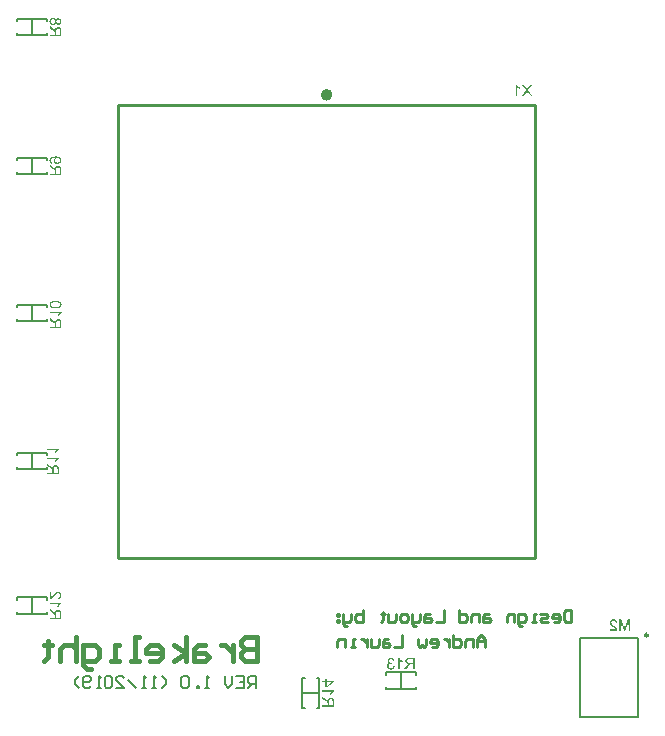
<source format=gbo>
G04*
G04 #@! TF.GenerationSoftware,Altium Limited,Altium Designer,19.1.8 (144)*
G04*
G04 Layer_Color=65280*
%FSLAX25Y25*%
%MOIN*%
G70*
G01*
G75*
%ADD10C,0.01000*%
%ADD11C,0.00984*%
%ADD13C,0.00591*%
%ADD14C,0.00787*%
%ADD38C,0.01968*%
%ADD39C,0.01575*%
G36*
X45928Y49276D02*
X46022Y49343D01*
X46061Y49376D01*
X46100Y49404D01*
X46133Y49431D01*
X46155Y49453D01*
X46172Y49470D01*
X46177Y49476D01*
X46205Y49503D01*
X46233Y49537D01*
X46305Y49614D01*
X46388Y49703D01*
X46471Y49798D01*
X46544Y49886D01*
X46577Y49925D01*
X46610Y49959D01*
X46632Y49986D01*
X46649Y50008D01*
X46660Y50020D01*
X46666Y50025D01*
X46743Y50114D01*
X46815Y50203D01*
X46888Y50280D01*
X46949Y50353D01*
X47010Y50419D01*
X47065Y50475D01*
X47115Y50530D01*
X47160Y50575D01*
X47204Y50619D01*
X47237Y50652D01*
X47265Y50680D01*
X47293Y50708D01*
X47326Y50735D01*
X47337Y50747D01*
X47432Y50824D01*
X47515Y50891D01*
X47598Y50946D01*
X47665Y50991D01*
X47726Y51024D01*
X47770Y51046D01*
X47798Y51057D01*
X47809Y51063D01*
X47892Y51096D01*
X47976Y51118D01*
X48053Y51141D01*
X48120Y51152D01*
X48181Y51157D01*
X48225Y51163D01*
X48253D01*
X48264D01*
X48347Y51157D01*
X48425Y51146D01*
X48503Y51135D01*
X48569Y51113D01*
X48702Y51057D01*
X48808Y51002D01*
X48858Y50969D01*
X48897Y50941D01*
X48936Y50913D01*
X48963Y50885D01*
X48986Y50863D01*
X49008Y50852D01*
X49013Y50841D01*
X49019Y50835D01*
X49074Y50774D01*
X49124Y50708D01*
X49163Y50636D01*
X49196Y50564D01*
X49252Y50419D01*
X49291Y50275D01*
X49302Y50214D01*
X49313Y50153D01*
X49319Y50097D01*
X49324Y50053D01*
X49330Y50014D01*
Y49959D01*
X49324Y49859D01*
X49319Y49764D01*
X49302Y49676D01*
X49285Y49592D01*
X49263Y49514D01*
X49241Y49442D01*
X49213Y49376D01*
X49185Y49315D01*
X49158Y49259D01*
X49130Y49215D01*
X49108Y49176D01*
X49086Y49143D01*
X49069Y49115D01*
X49052Y49098D01*
X49047Y49087D01*
X49041Y49082D01*
X48986Y49026D01*
X48924Y48976D01*
X48858Y48926D01*
X48791Y48887D01*
X48658Y48821D01*
X48525Y48776D01*
X48464Y48760D01*
X48403Y48743D01*
X48353Y48732D01*
X48309Y48721D01*
X48270Y48715D01*
X48242D01*
X48225Y48710D01*
X48220D01*
X48170Y49193D01*
X48297Y49204D01*
X48408Y49226D01*
X48508Y49259D01*
X48586Y49298D01*
X48653Y49331D01*
X48697Y49365D01*
X48725Y49387D01*
X48736Y49398D01*
X48802Y49481D01*
X48852Y49570D01*
X48891Y49664D01*
X48913Y49748D01*
X48930Y49825D01*
X48936Y49892D01*
X48941Y49914D01*
Y49947D01*
X48936Y50064D01*
X48913Y50169D01*
X48880Y50258D01*
X48847Y50336D01*
X48808Y50397D01*
X48780Y50436D01*
X48758Y50464D01*
X48747Y50475D01*
X48669Y50541D01*
X48592Y50591D01*
X48514Y50630D01*
X48436Y50652D01*
X48375Y50669D01*
X48320Y50674D01*
X48286Y50680D01*
X48281D01*
X48275D01*
X48175Y50669D01*
X48070Y50647D01*
X47976Y50608D01*
X47887Y50569D01*
X47815Y50525D01*
X47754Y50486D01*
X47731Y50475D01*
X47715Y50464D01*
X47709Y50453D01*
X47703D01*
X47642Y50408D01*
X47581Y50353D01*
X47515Y50292D01*
X47448Y50225D01*
X47315Y50086D01*
X47182Y49947D01*
X47121Y49875D01*
X47065Y49814D01*
X47015Y49753D01*
X46971Y49703D01*
X46938Y49664D01*
X46910Y49631D01*
X46893Y49609D01*
X46888Y49603D01*
X46771Y49465D01*
X46660Y49337D01*
X46560Y49231D01*
X46477Y49148D01*
X46405Y49076D01*
X46355Y49026D01*
X46322Y48998D01*
X46316Y48987D01*
X46310D01*
X46216Y48910D01*
X46127Y48849D01*
X46038Y48793D01*
X45961Y48749D01*
X45894Y48715D01*
X45844Y48693D01*
X45811Y48682D01*
X45805Y48676D01*
X45800D01*
X45739Y48654D01*
X45683Y48643D01*
X45628Y48632D01*
X45578Y48627D01*
X45533Y48621D01*
X45500D01*
X45478D01*
X45472D01*
Y51168D01*
X45928D01*
Y49276D01*
D02*
G37*
G36*
X49330Y47172D02*
X49235Y47117D01*
X49147Y47056D01*
X49058Y46984D01*
X48980Y46917D01*
X48913Y46850D01*
X48858Y46801D01*
X48841Y46778D01*
X48825Y46762D01*
X48819Y46756D01*
X48814Y46751D01*
X48719Y46634D01*
X48630Y46518D01*
X48553Y46406D01*
X48492Y46295D01*
X48436Y46201D01*
X48414Y46162D01*
X48397Y46129D01*
X48381Y46101D01*
X48375Y46079D01*
X48364Y46068D01*
Y46062D01*
X47909D01*
X47942Y46146D01*
X47981Y46229D01*
X48020Y46312D01*
X48059Y46390D01*
X48092Y46457D01*
X48120Y46512D01*
X48142Y46545D01*
X48147Y46551D01*
Y46556D01*
X48209Y46656D01*
X48270Y46745D01*
X48325Y46823D01*
X48375Y46884D01*
X48414Y46939D01*
X48447Y46973D01*
X48469Y47000D01*
X48475Y47006D01*
X45472D01*
Y47478D01*
X49330D01*
Y47172D01*
D02*
G37*
G36*
X46516Y44741D02*
X46627Y44664D01*
X46727Y44592D01*
X46810Y44519D01*
X46888Y44458D01*
X46943Y44403D01*
X46988Y44359D01*
X47015Y44331D01*
X47026Y44320D01*
X47060Y44275D01*
X47099Y44225D01*
X47160Y44126D01*
X47182Y44081D01*
X47204Y44048D01*
X47215Y44026D01*
X47221Y44014D01*
X47237Y44114D01*
X47254Y44209D01*
X47282Y44292D01*
X47304Y44375D01*
X47332Y44447D01*
X47365Y44514D01*
X47393Y44575D01*
X47420Y44631D01*
X47454Y44675D01*
X47482Y44719D01*
X47504Y44753D01*
X47526Y44780D01*
X47543Y44803D01*
X47559Y44819D01*
X47565Y44825D01*
X47570Y44830D01*
X47626Y44875D01*
X47681Y44919D01*
X47798Y44986D01*
X47914Y45030D01*
X48025Y45063D01*
X48120Y45086D01*
X48159Y45091D01*
X48197D01*
X48225Y45097D01*
X48247D01*
X48259D01*
X48264D01*
X48381Y45091D01*
X48486Y45074D01*
X48586Y45047D01*
X48669Y45019D01*
X48741Y44986D01*
X48797Y44963D01*
X48830Y44941D01*
X48836Y44936D01*
X48841D01*
X48930Y44869D01*
X49008Y44803D01*
X49074Y44730D01*
X49124Y44664D01*
X49163Y44603D01*
X49185Y44553D01*
X49202Y44519D01*
X49208Y44514D01*
Y44508D01*
X49224Y44458D01*
X49241Y44397D01*
X49269Y44275D01*
X49285Y44142D01*
X49302Y44020D01*
X49308Y43903D01*
Y43854D01*
X49313Y43809D01*
Y42028D01*
X45472D01*
Y42538D01*
X47176D01*
Y43193D01*
X47171Y43254D01*
Y43299D01*
X47165Y43337D01*
X47160Y43365D01*
Y43387D01*
X47154Y43398D01*
Y43404D01*
X47126Y43493D01*
X47110Y43532D01*
X47093Y43565D01*
X47076Y43598D01*
X47065Y43620D01*
X47060Y43632D01*
X47054Y43637D01*
X47021Y43681D01*
X46982Y43726D01*
X46899Y43809D01*
X46860Y43848D01*
X46827Y43876D01*
X46804Y43892D01*
X46799Y43898D01*
X46721Y43953D01*
X46638Y44014D01*
X46549Y44076D01*
X46466Y44137D01*
X46388Y44186D01*
X46327Y44225D01*
X46305Y44242D01*
X46288Y44253D01*
X46277Y44264D01*
X46272D01*
X45472Y44769D01*
Y45402D01*
X46516Y44741D01*
D02*
G37*
G36*
X48542Y98485D02*
X48448Y98430D01*
X48359Y98369D01*
X48270Y98296D01*
X48193Y98230D01*
X48126Y98163D01*
X48070Y98113D01*
X48054Y98091D01*
X48037Y98074D01*
X48032Y98069D01*
X48026Y98063D01*
X47932Y97947D01*
X47843Y97830D01*
X47765Y97719D01*
X47704Y97608D01*
X47649Y97514D01*
X47627Y97475D01*
X47610Y97442D01*
X47593Y97414D01*
X47588Y97392D01*
X47577Y97381D01*
Y97375D01*
X47122D01*
X47155Y97458D01*
X47194Y97542D01*
X47232Y97625D01*
X47271Y97702D01*
X47305Y97769D01*
X47332Y97825D01*
X47355Y97858D01*
X47360Y97864D01*
Y97869D01*
X47421Y97969D01*
X47482Y98058D01*
X47538Y98135D01*
X47588Y98197D01*
X47627Y98252D01*
X47660Y98285D01*
X47682Y98313D01*
X47688Y98319D01*
X44685D01*
Y98790D01*
X48542D01*
Y98485D01*
D02*
G37*
G36*
Y95499D02*
X48448Y95444D01*
X48359Y95383D01*
X48270Y95310D01*
X48193Y95244D01*
X48126Y95177D01*
X48070Y95127D01*
X48054Y95105D01*
X48037Y95088D01*
X48032Y95083D01*
X48026Y95077D01*
X47932Y94961D01*
X47843Y94844D01*
X47765Y94733D01*
X47704Y94622D01*
X47649Y94528D01*
X47627Y94489D01*
X47610Y94456D01*
X47593Y94428D01*
X47588Y94406D01*
X47577Y94395D01*
Y94389D01*
X47122D01*
X47155Y94472D01*
X47194Y94556D01*
X47232Y94639D01*
X47271Y94717D01*
X47305Y94783D01*
X47332Y94839D01*
X47355Y94872D01*
X47360Y94878D01*
Y94883D01*
X47421Y94983D01*
X47482Y95072D01*
X47538Y95149D01*
X47588Y95211D01*
X47627Y95266D01*
X47660Y95299D01*
X47682Y95327D01*
X47688Y95333D01*
X44685D01*
Y95804D01*
X48542D01*
Y95499D01*
D02*
G37*
G36*
X45728Y93068D02*
X45839Y92991D01*
X45939Y92918D01*
X46023Y92846D01*
X46100Y92785D01*
X46156Y92730D01*
X46200Y92685D01*
X46228Y92658D01*
X46239Y92646D01*
X46272Y92602D01*
X46311Y92552D01*
X46372Y92452D01*
X46394Y92408D01*
X46417Y92374D01*
X46428Y92352D01*
X46433Y92341D01*
X46450Y92441D01*
X46467Y92536D01*
X46494Y92619D01*
X46516Y92702D01*
X46544Y92774D01*
X46578Y92841D01*
X46605Y92902D01*
X46633Y92957D01*
X46666Y93002D01*
X46694Y93046D01*
X46716Y93079D01*
X46738Y93107D01*
X46755Y93129D01*
X46772Y93146D01*
X46777Y93151D01*
X46783Y93157D01*
X46838Y93202D01*
X46894Y93246D01*
X47010Y93313D01*
X47127Y93357D01*
X47238Y93390D01*
X47332Y93412D01*
X47371Y93418D01*
X47410D01*
X47438Y93423D01*
X47460D01*
X47471D01*
X47477D01*
X47593Y93418D01*
X47699Y93401D01*
X47799Y93374D01*
X47882Y93346D01*
X47954Y93313D01*
X48009Y93290D01*
X48043Y93268D01*
X48048Y93262D01*
X48054D01*
X48143Y93196D01*
X48220Y93129D01*
X48287Y93057D01*
X48337Y92991D01*
X48376Y92930D01*
X48398Y92880D01*
X48415Y92846D01*
X48420Y92841D01*
Y92835D01*
X48437Y92785D01*
X48454Y92724D01*
X48481Y92602D01*
X48498Y92469D01*
X48515Y92347D01*
X48520Y92230D01*
Y92180D01*
X48526Y92136D01*
Y90354D01*
X44685D01*
Y90865D01*
X46389D01*
Y91520D01*
X46383Y91581D01*
Y91625D01*
X46378Y91664D01*
X46372Y91692D01*
Y91714D01*
X46367Y91725D01*
Y91731D01*
X46339Y91820D01*
X46322Y91858D01*
X46306Y91892D01*
X46289Y91925D01*
X46278Y91947D01*
X46272Y91958D01*
X46267Y91964D01*
X46233Y92008D01*
X46195Y92053D01*
X46111Y92136D01*
X46073Y92175D01*
X46039Y92203D01*
X46017Y92219D01*
X46011Y92225D01*
X45934Y92280D01*
X45851Y92341D01*
X45762Y92402D01*
X45678Y92463D01*
X45601Y92513D01*
X45540Y92552D01*
X45518Y92569D01*
X45501Y92580D01*
X45490Y92591D01*
X45484D01*
X44685Y93096D01*
Y93729D01*
X45728Y93068D01*
D02*
G37*
G36*
X159423Y29141D02*
X159572Y29114D01*
X159700Y29069D01*
X159811Y29025D01*
X159861Y28997D01*
X159900Y28975D01*
X159939Y28953D01*
X159967Y28931D01*
X159989Y28914D01*
X160005Y28903D01*
X160016Y28897D01*
X160022Y28892D01*
X160127Y28786D01*
X160211Y28670D01*
X160277Y28548D01*
X160333Y28425D01*
X160366Y28320D01*
X160383Y28276D01*
X160394Y28237D01*
X160399Y28203D01*
X160405Y28181D01*
X160410Y28165D01*
Y28159D01*
X159939Y28076D01*
X159916Y28198D01*
X159883Y28303D01*
X159844Y28392D01*
X159806Y28464D01*
X159767Y28520D01*
X159733Y28559D01*
X159711Y28586D01*
X159706Y28592D01*
X159634Y28648D01*
X159556Y28692D01*
X159484Y28720D01*
X159412Y28742D01*
X159345Y28753D01*
X159295Y28764D01*
X159250D01*
X159151Y28758D01*
X159062Y28736D01*
X158984Y28708D01*
X158917Y28681D01*
X158868Y28648D01*
X158829Y28620D01*
X158801Y28598D01*
X158795Y28592D01*
X158734Y28525D01*
X158690Y28453D01*
X158662Y28381D01*
X158640Y28315D01*
X158629Y28253D01*
X158618Y28209D01*
Y28176D01*
Y28170D01*
Y28165D01*
Y28104D01*
X158629Y28048D01*
X158657Y27954D01*
X158695Y27871D01*
X158740Y27798D01*
X158784Y27748D01*
X158823Y27709D01*
X158851Y27687D01*
X158856Y27682D01*
X158862D01*
X158956Y27632D01*
X159045Y27593D01*
X159140Y27565D01*
X159223Y27549D01*
X159295Y27538D01*
X159356Y27526D01*
X159428D01*
X159450Y27532D01*
X159478D01*
X159534Y27116D01*
X159461Y27132D01*
X159395Y27143D01*
X159339Y27154D01*
X159289Y27160D01*
X159250Y27166D01*
X159201D01*
X159084Y27154D01*
X158979Y27132D01*
X158884Y27099D01*
X158807Y27060D01*
X158746Y27021D01*
X158701Y26988D01*
X158673Y26966D01*
X158662Y26955D01*
X158590Y26871D01*
X158535Y26783D01*
X158496Y26694D01*
X158474Y26605D01*
X158457Y26533D01*
X158451Y26472D01*
X158446Y26450D01*
Y26433D01*
Y26422D01*
Y26416D01*
X158457Y26294D01*
X158485Y26183D01*
X158518Y26089D01*
X158562Y26006D01*
X158607Y25939D01*
X158640Y25889D01*
X158668Y25856D01*
X158679Y25845D01*
X158768Y25767D01*
X158862Y25712D01*
X158956Y25673D01*
X159045Y25645D01*
X159123Y25628D01*
X159184Y25623D01*
X159206Y25617D01*
X159239D01*
X159339Y25623D01*
X159434Y25645D01*
X159517Y25673D01*
X159583Y25706D01*
X159639Y25734D01*
X159683Y25762D01*
X159706Y25784D01*
X159717Y25789D01*
X159783Y25867D01*
X159839Y25956D01*
X159889Y26050D01*
X159928Y26150D01*
X159955Y26233D01*
X159967Y26272D01*
X159972Y26305D01*
X159978Y26333D01*
X159983Y26355D01*
X159989Y26366D01*
Y26372D01*
X160460Y26311D01*
X160449Y26222D01*
X160433Y26139D01*
X160383Y25984D01*
X160322Y25850D01*
X160288Y25795D01*
X160255Y25739D01*
X160222Y25689D01*
X160188Y25651D01*
X160161Y25612D01*
X160133Y25584D01*
X160116Y25562D01*
X160100Y25545D01*
X160089Y25534D01*
X160083Y25528D01*
X160016Y25478D01*
X159950Y25429D01*
X159883Y25390D01*
X159811Y25356D01*
X159672Y25301D01*
X159539Y25267D01*
X159478Y25256D01*
X159423Y25245D01*
X159373Y25240D01*
X159328Y25234D01*
X159295Y25229D01*
X159245D01*
X159140Y25234D01*
X159045Y25245D01*
X158951Y25262D01*
X158862Y25284D01*
X158779Y25312D01*
X158707Y25340D01*
X158634Y25373D01*
X158573Y25406D01*
X158512Y25434D01*
X158462Y25467D01*
X158418Y25495D01*
X158385Y25523D01*
X158357Y25545D01*
X158335Y25562D01*
X158324Y25573D01*
X158318Y25578D01*
X158252Y25645D01*
X158196Y25717D01*
X158146Y25789D01*
X158102Y25861D01*
X158068Y25928D01*
X158035Y26000D01*
X157991Y26133D01*
X157980Y26194D01*
X157968Y26250D01*
X157957Y26300D01*
X157952Y26344D01*
X157946Y26377D01*
Y26405D01*
Y26422D01*
Y26428D01*
X157952Y26561D01*
X157974Y26683D01*
X158007Y26788D01*
X158041Y26877D01*
X158074Y26949D01*
X158107Y27005D01*
X158129Y27038D01*
X158135Y27049D01*
X158213Y27132D01*
X158296Y27204D01*
X158385Y27260D01*
X158474Y27304D01*
X158551Y27338D01*
X158612Y27360D01*
X158634Y27365D01*
X158651Y27371D01*
X158662Y27376D01*
X158668D01*
X158573Y27426D01*
X158496Y27476D01*
X158429Y27532D01*
X158374Y27582D01*
X158329Y27626D01*
X158296Y27665D01*
X158279Y27687D01*
X158274Y27698D01*
X158229Y27776D01*
X158196Y27854D01*
X158168Y27931D01*
X158152Y28004D01*
X158141Y28065D01*
X158135Y28109D01*
Y28142D01*
Y28153D01*
X158141Y28248D01*
X158157Y28342D01*
X158179Y28425D01*
X158207Y28498D01*
X158235Y28559D01*
X158257Y28609D01*
X158274Y28636D01*
X158279Y28648D01*
X158335Y28731D01*
X158401Y28803D01*
X158468Y28864D01*
X158535Y28919D01*
X158590Y28958D01*
X158640Y28992D01*
X158673Y29008D01*
X158679Y29014D01*
X158684D01*
X158784Y29058D01*
X158884Y29092D01*
X158984Y29119D01*
X159073Y29136D01*
X159145Y29147D01*
X159206Y29153D01*
X159345D01*
X159423Y29141D01*
D02*
G37*
G36*
X162037Y29058D02*
X162098Y28969D01*
X162170Y28881D01*
X162236Y28803D01*
X162303Y28736D01*
X162353Y28681D01*
X162375Y28664D01*
X162392Y28648D01*
X162397Y28642D01*
X162403Y28636D01*
X162520Y28542D01*
X162636Y28453D01*
X162747Y28376D01*
X162858Y28315D01*
X162952Y28259D01*
X162991Y28237D01*
X163024Y28220D01*
X163052Y28203D01*
X163075Y28198D01*
X163086Y28187D01*
X163091D01*
Y27732D01*
X163008Y27765D01*
X162925Y27804D01*
X162841Y27843D01*
X162764Y27882D01*
X162697Y27915D01*
X162642Y27943D01*
X162608Y27965D01*
X162603Y27970D01*
X162597D01*
X162497Y28031D01*
X162408Y28093D01*
X162331Y28148D01*
X162270Y28198D01*
X162214Y28237D01*
X162181Y28270D01*
X162153Y28292D01*
X162148Y28298D01*
Y25295D01*
X161676D01*
Y29153D01*
X161981D01*
X162037Y29058D01*
D02*
G37*
G36*
X167126Y25295D02*
X166615D01*
Y26999D01*
X165961D01*
X165899Y26994D01*
X165855D01*
X165816Y26988D01*
X165788Y26983D01*
X165766D01*
X165755Y26977D01*
X165750D01*
X165661Y26949D01*
X165622Y26932D01*
X165589Y26916D01*
X165555Y26899D01*
X165533Y26888D01*
X165522Y26883D01*
X165516Y26877D01*
X165472Y26844D01*
X165428Y26805D01*
X165344Y26722D01*
X165306Y26683D01*
X165278Y26649D01*
X165261Y26627D01*
X165256Y26622D01*
X165200Y26544D01*
X165139Y26461D01*
X165078Y26372D01*
X165017Y26289D01*
X164967Y26211D01*
X164928Y26150D01*
X164911Y26128D01*
X164900Y26111D01*
X164889Y26100D01*
Y26094D01*
X164384Y25295D01*
X163752D01*
X164412Y26339D01*
X164490Y26450D01*
X164562Y26550D01*
X164634Y26633D01*
X164695Y26711D01*
X164751Y26766D01*
X164795Y26810D01*
X164823Y26838D01*
X164834Y26849D01*
X164878Y26883D01*
X164928Y26921D01*
X165028Y26983D01*
X165073Y27005D01*
X165106Y27027D01*
X165128Y27038D01*
X165139Y27044D01*
X165039Y27060D01*
X164945Y27077D01*
X164862Y27105D01*
X164778Y27127D01*
X164706Y27154D01*
X164640Y27188D01*
X164578Y27216D01*
X164523Y27243D01*
X164479Y27277D01*
X164434Y27304D01*
X164401Y27327D01*
X164373Y27349D01*
X164351Y27365D01*
X164334Y27382D01*
X164329Y27388D01*
X164323Y27393D01*
X164279Y27449D01*
X164234Y27504D01*
X164168Y27621D01*
X164123Y27737D01*
X164090Y27848D01*
X164068Y27943D01*
X164062Y27981D01*
Y28020D01*
X164057Y28048D01*
Y28070D01*
Y28081D01*
Y28087D01*
X164062Y28203D01*
X164079Y28309D01*
X164107Y28409D01*
X164135Y28492D01*
X164168Y28564D01*
X164190Y28620D01*
X164212Y28653D01*
X164218Y28659D01*
Y28664D01*
X164284Y28753D01*
X164351Y28831D01*
X164423Y28897D01*
X164490Y28947D01*
X164551Y28986D01*
X164601Y29008D01*
X164634Y29025D01*
X164640Y29030D01*
X164645D01*
X164695Y29047D01*
X164756Y29064D01*
X164878Y29092D01*
X165011Y29108D01*
X165134Y29125D01*
X165250Y29130D01*
X165300D01*
X165344Y29136D01*
X167126D01*
Y25295D01*
D02*
G37*
G36*
X201203Y220101D02*
X201264Y220013D01*
X201336Y219924D01*
X201403Y219846D01*
X201469Y219780D01*
X201519Y219724D01*
X201541Y219707D01*
X201558Y219691D01*
X201564Y219685D01*
X201569Y219680D01*
X201686Y219585D01*
X201802Y219496D01*
X201913Y219419D01*
X202024Y219358D01*
X202119Y219302D01*
X202157Y219280D01*
X202191Y219263D01*
X202219Y219247D01*
X202241Y219241D01*
X202252Y219230D01*
X202257D01*
Y218775D01*
X202174Y218808D01*
X202091Y218847D01*
X202008Y218886D01*
X201930Y218925D01*
X201863Y218958D01*
X201808Y218986D01*
X201775Y219008D01*
X201769Y219014D01*
X201763D01*
X201663Y219075D01*
X201575Y219136D01*
X201497Y219191D01*
X201436Y219241D01*
X201380Y219280D01*
X201347Y219313D01*
X201319Y219336D01*
X201314Y219341D01*
Y216339D01*
X200842D01*
Y220196D01*
X201147D01*
X201203Y220101D01*
D02*
G37*
G36*
X204916Y218325D02*
X206398Y216339D01*
X205787D01*
X204816Y217671D01*
X204794Y217704D01*
X204766Y217743D01*
X204705Y217831D01*
X204677Y217876D01*
X204655Y217909D01*
X204638Y217931D01*
X204633Y217937D01*
X204577Y217854D01*
X204527Y217776D01*
X204505Y217748D01*
X204494Y217726D01*
X204483Y217709D01*
X204477Y217704D01*
X203506Y216339D01*
X202879D01*
X204316Y218353D01*
X202984Y220179D01*
X203539D01*
X204305Y219158D01*
X204372Y219075D01*
X204427Y218997D01*
X204483Y218919D01*
X204527Y218858D01*
X204566Y218803D01*
X204594Y218758D01*
X204610Y218736D01*
X204616Y218725D01*
X204655Y218792D01*
X204699Y218864D01*
X204749Y218941D01*
X204799Y219019D01*
X204849Y219086D01*
X204883Y219141D01*
X204899Y219163D01*
X204910Y219180D01*
X204921Y219186D01*
Y219191D01*
X205621Y220179D01*
X206226D01*
X204916Y218325D01*
D02*
G37*
G36*
X137771Y21437D02*
X140258D01*
Y21054D01*
X137771Y19294D01*
X137339D01*
Y20965D01*
X136417D01*
Y21437D01*
X137339D01*
Y21958D01*
X137771D01*
Y21437D01*
D02*
G37*
G36*
X140275Y17940D02*
X140180Y17885D01*
X140091Y17824D01*
X140003Y17751D01*
X139925Y17685D01*
X139858Y17618D01*
X139803Y17568D01*
X139786Y17546D01*
X139769Y17529D01*
X139764Y17524D01*
X139758Y17518D01*
X139664Y17402D01*
X139575Y17285D01*
X139498Y17174D01*
X139436Y17063D01*
X139381Y16969D01*
X139359Y16930D01*
X139342Y16897D01*
X139325Y16869D01*
X139320Y16847D01*
X139309Y16836D01*
Y16830D01*
X138854D01*
X138887Y16913D01*
X138926Y16997D01*
X138965Y17080D01*
X139004Y17158D01*
X139037Y17224D01*
X139065Y17280D01*
X139087Y17313D01*
X139092Y17319D01*
Y17324D01*
X139154Y17424D01*
X139215Y17513D01*
X139270Y17591D01*
X139320Y17651D01*
X139359Y17707D01*
X139392Y17740D01*
X139414Y17768D01*
X139420Y17774D01*
X136417D01*
Y18245D01*
X140275D01*
Y17940D01*
D02*
G37*
G36*
X137461Y15509D02*
X137572Y15431D01*
X137672Y15359D01*
X137755Y15287D01*
X137833Y15226D01*
X137888Y15171D01*
X137933Y15126D01*
X137960Y15099D01*
X137971Y15087D01*
X138005Y15043D01*
X138043Y14993D01*
X138104Y14893D01*
X138127Y14849D01*
X138149Y14816D01*
X138160Y14793D01*
X138166Y14782D01*
X138182Y14882D01*
X138199Y14976D01*
X138227Y15060D01*
X138249Y15143D01*
X138277Y15215D01*
X138310Y15282D01*
X138338Y15343D01*
X138365Y15398D01*
X138399Y15443D01*
X138426Y15487D01*
X138449Y15520D01*
X138471Y15548D01*
X138488Y15570D01*
X138504Y15587D01*
X138510Y15593D01*
X138515Y15598D01*
X138571Y15642D01*
X138626Y15687D01*
X138743Y15753D01*
X138859Y15798D01*
X138970Y15831D01*
X139065Y15853D01*
X139103Y15859D01*
X139142D01*
X139170Y15864D01*
X139192D01*
X139203D01*
X139209D01*
X139325Y15859D01*
X139431Y15842D01*
X139531Y15814D01*
X139614Y15787D01*
X139686Y15753D01*
X139742Y15731D01*
X139775Y15709D01*
X139781Y15703D01*
X139786D01*
X139875Y15637D01*
X139953Y15570D01*
X140019Y15498D01*
X140069Y15431D01*
X140108Y15371D01*
X140130Y15321D01*
X140147Y15287D01*
X140153Y15282D01*
Y15276D01*
X140169Y15226D01*
X140186Y15165D01*
X140214Y15043D01*
X140230Y14910D01*
X140247Y14788D01*
X140252Y14671D01*
Y14621D01*
X140258Y14577D01*
Y12795D01*
X136417D01*
Y13306D01*
X138121D01*
Y13961D01*
X138116Y14022D01*
Y14066D01*
X138110Y14105D01*
X138104Y14133D01*
Y14155D01*
X138099Y14166D01*
Y14172D01*
X138071Y14261D01*
X138055Y14299D01*
X138038Y14333D01*
X138021Y14366D01*
X138010Y14388D01*
X138005Y14399D01*
X137999Y14405D01*
X137966Y14449D01*
X137927Y14494D01*
X137844Y14577D01*
X137805Y14616D01*
X137771Y14643D01*
X137749Y14660D01*
X137744Y14666D01*
X137666Y14721D01*
X137583Y14782D01*
X137494Y14843D01*
X137411Y14904D01*
X137333Y14954D01*
X137272Y14993D01*
X137250Y15010D01*
X137233Y15021D01*
X137222Y15032D01*
X137216D01*
X136417Y15537D01*
Y16170D01*
X137461Y15509D01*
D02*
G37*
G36*
X47669Y148139D02*
X47758D01*
X47846Y148134D01*
X47924Y148123D01*
X48002Y148117D01*
X48068Y148112D01*
X48129Y148101D01*
X48185Y148095D01*
X48235Y148084D01*
X48274Y148078D01*
X48307Y148073D01*
X48335Y148067D01*
X48351Y148062D01*
X48362Y148056D01*
X48368D01*
X48490Y148023D01*
X48601Y147984D01*
X48695Y147940D01*
X48779Y147906D01*
X48851Y147868D01*
X48901Y147845D01*
X48929Y147823D01*
X48940Y147818D01*
X49023Y147757D01*
X49095Y147695D01*
X49156Y147629D01*
X49212Y147568D01*
X49251Y147512D01*
X49278Y147468D01*
X49295Y147440D01*
X49301Y147435D01*
Y147429D01*
X49345Y147340D01*
X49373Y147246D01*
X49395Y147157D01*
X49411Y147074D01*
X49423Y147002D01*
X49428Y146941D01*
Y146891D01*
X49417Y146741D01*
X49395Y146602D01*
X49356Y146485D01*
X49317Y146386D01*
X49273Y146302D01*
X49256Y146269D01*
X49234Y146241D01*
X49223Y146219D01*
X49212Y146203D01*
X49201Y146197D01*
Y146191D01*
X49112Y146091D01*
X49006Y146008D01*
X48901Y145936D01*
X48801Y145881D01*
X48707Y145836D01*
X48668Y145814D01*
X48629Y145803D01*
X48601Y145792D01*
X48579Y145781D01*
X48568Y145775D01*
X48562D01*
X48479Y145753D01*
X48396Y145731D01*
X48213Y145697D01*
X48030Y145670D01*
X47857Y145653D01*
X47774Y145648D01*
X47702Y145642D01*
X47635D01*
X47574Y145636D01*
X47530D01*
X47491D01*
X47469D01*
X47463D01*
X47269Y145642D01*
X47086Y145653D01*
X46920Y145670D01*
X46764Y145697D01*
X46620Y145725D01*
X46492Y145758D01*
X46376Y145792D01*
X46276Y145825D01*
X46187Y145858D01*
X46109Y145897D01*
X46043Y145925D01*
X45993Y145953D01*
X45948Y145981D01*
X45921Y145997D01*
X45904Y146008D01*
X45898Y146014D01*
X45832Y146075D01*
X45771Y146141D01*
X45715Y146214D01*
X45671Y146286D01*
X45632Y146358D01*
X45599Y146430D01*
X45576Y146502D01*
X45554Y146569D01*
X45538Y146635D01*
X45526Y146696D01*
X45515Y146752D01*
X45510Y146796D01*
X45504Y146835D01*
Y146891D01*
X45515Y147040D01*
X45538Y147179D01*
X45576Y147296D01*
X45615Y147396D01*
X45654Y147479D01*
X45676Y147507D01*
X45693Y147535D01*
X45704Y147557D01*
X45715Y147573D01*
X45726Y147579D01*
Y147584D01*
X45821Y147684D01*
X45921Y147768D01*
X46031Y147840D01*
X46131Y147895D01*
X46226Y147940D01*
X46265Y147962D01*
X46303Y147973D01*
X46331Y147984D01*
X46353Y147995D01*
X46365Y148001D01*
X46370D01*
X46453Y148028D01*
X46537Y148051D01*
X46714Y148084D01*
X46897Y148112D01*
X47075Y148128D01*
X47153Y148134D01*
X47225Y148139D01*
X47291D01*
X47352Y148145D01*
X47397D01*
X47436D01*
X47458D01*
X47463D01*
X47569D01*
X47669Y148139D01*
D02*
G37*
G36*
X49428Y144121D02*
X49334Y144066D01*
X49245Y144005D01*
X49156Y143932D01*
X49079Y143866D01*
X49012Y143799D01*
X48956Y143749D01*
X48940Y143727D01*
X48923Y143710D01*
X48917Y143705D01*
X48912Y143699D01*
X48818Y143583D01*
X48729Y143466D01*
X48651Y143355D01*
X48590Y143244D01*
X48535Y143150D01*
X48512Y143111D01*
X48496Y143078D01*
X48479Y143050D01*
X48474Y143028D01*
X48462Y143017D01*
Y143011D01*
X48007D01*
X48041Y143095D01*
X48079Y143178D01*
X48118Y143261D01*
X48157Y143339D01*
X48191Y143405D01*
X48218Y143461D01*
X48240Y143494D01*
X48246Y143500D01*
Y143505D01*
X48307Y143605D01*
X48368Y143694D01*
X48424Y143772D01*
X48474Y143833D01*
X48512Y143888D01*
X48546Y143921D01*
X48568Y143949D01*
X48573Y143955D01*
X45571D01*
Y144427D01*
X49428D01*
Y144121D01*
D02*
G37*
G36*
X46614Y141690D02*
X46725Y141613D01*
X46825Y141541D01*
X46908Y141468D01*
X46986Y141407D01*
X47042Y141352D01*
X47086Y141307D01*
X47114Y141280D01*
X47125Y141269D01*
X47158Y141224D01*
X47197Y141174D01*
X47258Y141074D01*
X47280Y141030D01*
X47302Y140997D01*
X47314Y140974D01*
X47319Y140963D01*
X47336Y141063D01*
X47352Y141157D01*
X47380Y141241D01*
X47402Y141324D01*
X47430Y141396D01*
X47463Y141463D01*
X47491Y141524D01*
X47519Y141579D01*
X47552Y141624D01*
X47580Y141668D01*
X47602Y141701D01*
X47624Y141729D01*
X47641Y141751D01*
X47658Y141768D01*
X47663Y141774D01*
X47669Y141779D01*
X47724Y141823D01*
X47780Y141868D01*
X47896Y141935D01*
X48013Y141979D01*
X48124Y142012D01*
X48218Y142034D01*
X48257Y142040D01*
X48296D01*
X48324Y142045D01*
X48346D01*
X48357D01*
X48362D01*
X48479Y142040D01*
X48584Y142023D01*
X48684Y141996D01*
X48768Y141968D01*
X48840Y141935D01*
X48895Y141912D01*
X48929Y141890D01*
X48934Y141885D01*
X48940D01*
X49029Y141818D01*
X49106Y141751D01*
X49173Y141679D01*
X49223Y141613D01*
X49262Y141552D01*
X49284Y141502D01*
X49301Y141468D01*
X49306Y141463D01*
Y141457D01*
X49323Y141407D01*
X49339Y141346D01*
X49367Y141224D01*
X49384Y141091D01*
X49400Y140969D01*
X49406Y140852D01*
Y140802D01*
X49411Y140758D01*
Y138976D01*
X45571D01*
Y139487D01*
X47275D01*
Y140142D01*
X47269Y140203D01*
Y140247D01*
X47264Y140286D01*
X47258Y140314D01*
Y140336D01*
X47253Y140347D01*
Y140353D01*
X47225Y140442D01*
X47208Y140480D01*
X47192Y140514D01*
X47175Y140547D01*
X47164Y140569D01*
X47158Y140580D01*
X47153Y140586D01*
X47119Y140630D01*
X47080Y140675D01*
X46997Y140758D01*
X46958Y140797D01*
X46925Y140824D01*
X46903Y140841D01*
X46897Y140847D01*
X46820Y140902D01*
X46736Y140963D01*
X46648Y141024D01*
X46564Y141085D01*
X46487Y141135D01*
X46426Y141174D01*
X46403Y141191D01*
X46387Y141202D01*
X46376Y141213D01*
X46370D01*
X45571Y141718D01*
Y142351D01*
X46614Y141690D01*
D02*
G37*
G36*
X47720Y196253D02*
X47831Y196242D01*
X47937Y196231D01*
X48031Y196220D01*
X48120Y196209D01*
X48203Y196192D01*
X48275Y196175D01*
X48336Y196159D01*
X48392Y196147D01*
X48442Y196131D01*
X48480Y196120D01*
X48508Y196109D01*
X48531Y196098D01*
X48542Y196092D01*
X48547D01*
X48680Y196025D01*
X48797Y195953D01*
X48897Y195870D01*
X48980Y195798D01*
X49041Y195726D01*
X49086Y195670D01*
X49102Y195648D01*
X49113Y195631D01*
X49124Y195626D01*
Y195620D01*
X49191Y195504D01*
X49241Y195387D01*
X49280Y195271D01*
X49302Y195165D01*
X49319Y195071D01*
X49324Y195032D01*
Y195004D01*
X49330Y194976D01*
Y194938D01*
X49324Y194843D01*
X49313Y194754D01*
X49296Y194666D01*
X49274Y194588D01*
X49213Y194438D01*
X49185Y194371D01*
X49152Y194316D01*
X49113Y194260D01*
X49086Y194216D01*
X49052Y194172D01*
X49024Y194138D01*
X49002Y194111D01*
X48986Y194094D01*
X48974Y194083D01*
X48969Y194077D01*
X48902Y194016D01*
X48825Y193966D01*
X48752Y193916D01*
X48675Y193877D01*
X48592Y193844D01*
X48514Y193816D01*
X48370Y193778D01*
X48297Y193761D01*
X48236Y193750D01*
X48175Y193744D01*
X48125Y193739D01*
X48087Y193733D01*
X48059D01*
X48037D01*
X48031D01*
X47925Y193739D01*
X47831Y193750D01*
X47737Y193761D01*
X47648Y193783D01*
X47570Y193811D01*
X47493Y193839D01*
X47426Y193866D01*
X47365Y193900D01*
X47309Y193927D01*
X47260Y193955D01*
X47221Y193983D01*
X47182Y194011D01*
X47154Y194033D01*
X47137Y194044D01*
X47126Y194055D01*
X47121Y194061D01*
X47060Y194122D01*
X47010Y194188D01*
X46960Y194255D01*
X46921Y194327D01*
X46888Y194394D01*
X46860Y194460D01*
X46821Y194588D01*
X46804Y194643D01*
X46793Y194699D01*
X46788Y194743D01*
X46782Y194788D01*
X46777Y194821D01*
Y194865D01*
X46782Y194971D01*
X46799Y195071D01*
X46821Y195159D01*
X46849Y195243D01*
X46871Y195304D01*
X46893Y195354D01*
X46910Y195387D01*
X46915Y195398D01*
X46971Y195487D01*
X47032Y195565D01*
X47093Y195631D01*
X47148Y195687D01*
X47204Y195726D01*
X47243Y195759D01*
X47271Y195781D01*
X47282Y195787D01*
X47237D01*
X47210D01*
X47193D01*
X47187D01*
X47076Y195781D01*
X46971Y195776D01*
X46877Y195765D01*
X46788Y195753D01*
X46716Y195737D01*
X46660Y195726D01*
X46638Y195720D01*
X46621D01*
X46616Y195714D01*
X46610D01*
X46510Y195687D01*
X46422Y195659D01*
X46344Y195631D01*
X46277Y195604D01*
X46227Y195581D01*
X46188Y195559D01*
X46161Y195548D01*
X46155Y195543D01*
X46094Y195498D01*
X46044Y195454D01*
X46000Y195409D01*
X45961Y195365D01*
X45928Y195332D01*
X45905Y195298D01*
X45894Y195276D01*
X45889Y195271D01*
X45855Y195210D01*
X45833Y195143D01*
X45816Y195082D01*
X45805Y195021D01*
X45800Y194971D01*
X45794Y194932D01*
Y194893D01*
X45800Y194804D01*
X45816Y194721D01*
X45839Y194649D01*
X45867Y194588D01*
X45889Y194544D01*
X45911Y194505D01*
X45928Y194482D01*
X45933Y194477D01*
X45994Y194421D01*
X46066Y194377D01*
X46144Y194338D01*
X46222Y194310D01*
X46288Y194288D01*
X46349Y194272D01*
X46371Y194266D01*
X46383D01*
X46394Y194260D01*
X46399D01*
X46360Y193805D01*
X46200Y193839D01*
X46061Y193883D01*
X45939Y193939D01*
X45839Y193994D01*
X45761Y194050D01*
X45728Y194077D01*
X45700Y194099D01*
X45683Y194116D01*
X45667Y194133D01*
X45661Y194138D01*
X45656Y194144D01*
X45611Y194199D01*
X45572Y194260D01*
X45511Y194383D01*
X45467Y194505D01*
X45439Y194621D01*
X45417Y194727D01*
X45411Y194771D01*
Y194810D01*
X45406Y194838D01*
Y194882D01*
X45417Y195037D01*
X45439Y195176D01*
X45478Y195304D01*
X45522Y195409D01*
X45539Y195454D01*
X45561Y195498D01*
X45583Y195531D01*
X45600Y195565D01*
X45611Y195587D01*
X45622Y195604D01*
X45633Y195615D01*
Y195620D01*
X45728Y195731D01*
X45833Y195831D01*
X45944Y195909D01*
X46050Y195975D01*
X46144Y196031D01*
X46188Y196053D01*
X46222Y196070D01*
X46255Y196081D01*
X46277Y196092D01*
X46288Y196098D01*
X46294D01*
X46377Y196125D01*
X46471Y196153D01*
X46660Y196192D01*
X46860Y196220D01*
X47049Y196236D01*
X47132Y196247D01*
X47215Y196253D01*
X47287D01*
X47348Y196258D01*
X47398D01*
X47437D01*
X47465D01*
X47470D01*
X47598D01*
X47720Y196253D01*
D02*
G37*
G36*
X46516Y192773D02*
X46627Y192695D01*
X46727Y192623D01*
X46810Y192551D01*
X46888Y192490D01*
X46943Y192435D01*
X46988Y192390D01*
X47015Y192362D01*
X47026Y192351D01*
X47060Y192307D01*
X47099Y192257D01*
X47160Y192157D01*
X47182Y192113D01*
X47204Y192079D01*
X47215Y192057D01*
X47221Y192046D01*
X47237Y192146D01*
X47254Y192240D01*
X47282Y192324D01*
X47304Y192407D01*
X47332Y192479D01*
X47365Y192545D01*
X47393Y192606D01*
X47420Y192662D01*
X47454Y192706D01*
X47482Y192751D01*
X47504Y192784D01*
X47526Y192812D01*
X47543Y192834D01*
X47559Y192851D01*
X47565Y192856D01*
X47570Y192862D01*
X47626Y192906D01*
X47681Y192951D01*
X47798Y193017D01*
X47914Y193062D01*
X48025Y193095D01*
X48120Y193117D01*
X48159Y193123D01*
X48197D01*
X48225Y193128D01*
X48247D01*
X48259D01*
X48264D01*
X48381Y193123D01*
X48486Y193106D01*
X48586Y193078D01*
X48669Y193051D01*
X48741Y193017D01*
X48797Y192995D01*
X48830Y192973D01*
X48836Y192967D01*
X48841D01*
X48930Y192901D01*
X49008Y192834D01*
X49074Y192762D01*
X49124Y192695D01*
X49163Y192634D01*
X49185Y192584D01*
X49202Y192551D01*
X49208Y192545D01*
Y192540D01*
X49224Y192490D01*
X49241Y192429D01*
X49269Y192307D01*
X49285Y192174D01*
X49302Y192051D01*
X49308Y191935D01*
Y191885D01*
X49313Y191841D01*
Y190059D01*
X45472D01*
Y190570D01*
X47176D01*
Y191225D01*
X47171Y191286D01*
Y191330D01*
X47165Y191369D01*
X47160Y191397D01*
Y191419D01*
X47154Y191430D01*
Y191436D01*
X47126Y191524D01*
X47110Y191563D01*
X47093Y191596D01*
X47076Y191630D01*
X47065Y191652D01*
X47060Y191663D01*
X47054Y191669D01*
X47021Y191713D01*
X46982Y191757D01*
X46899Y191841D01*
X46860Y191879D01*
X46827Y191907D01*
X46804Y191924D01*
X46799Y191929D01*
X46721Y191985D01*
X46638Y192046D01*
X46549Y192107D01*
X46466Y192168D01*
X46388Y192218D01*
X46327Y192257D01*
X46305Y192273D01*
X46288Y192285D01*
X46277Y192296D01*
X46272D01*
X45472Y192801D01*
Y193433D01*
X46516Y192773D01*
D02*
G37*
G36*
X46693Y242513D02*
X46810Y242491D01*
X46915Y242457D01*
X47004Y242424D01*
X47076Y242391D01*
X47132Y242357D01*
X47165Y242335D01*
X47171Y242330D01*
X47176D01*
X47265Y242252D01*
X47343Y242169D01*
X47404Y242080D01*
X47459Y241997D01*
X47498Y241919D01*
X47526Y241852D01*
X47537Y241830D01*
X47543Y241813D01*
X47548Y241802D01*
Y241797D01*
X47592Y241897D01*
X47642Y241980D01*
X47692Y242052D01*
X47742Y242113D01*
X47787Y242158D01*
X47820Y242191D01*
X47842Y242213D01*
X47853Y242219D01*
X47931Y242268D01*
X48009Y242302D01*
X48087Y242330D01*
X48164Y242346D01*
X48225Y242357D01*
X48275Y242363D01*
X48309D01*
X48314D01*
X48320D01*
X48397Y242357D01*
X48469Y242352D01*
X48608Y242313D01*
X48730Y242263D01*
X48836Y242208D01*
X48919Y242152D01*
X48952Y242124D01*
X48986Y242102D01*
X49008Y242080D01*
X49024Y242063D01*
X49030Y242058D01*
X49036Y242052D01*
X49086Y241991D01*
X49135Y241930D01*
X49174Y241863D01*
X49208Y241797D01*
X49257Y241664D01*
X49291Y241530D01*
X49308Y241475D01*
X49313Y241419D01*
X49319Y241369D01*
X49324Y241325D01*
X49330Y241292D01*
Y241242D01*
X49324Y241153D01*
X49319Y241064D01*
X49285Y240909D01*
X49263Y240837D01*
X49241Y240770D01*
X49213Y240709D01*
X49185Y240653D01*
X49158Y240609D01*
X49130Y240565D01*
X49108Y240526D01*
X49086Y240498D01*
X49069Y240476D01*
X49052Y240459D01*
X49047Y240448D01*
X49041Y240442D01*
X48986Y240393D01*
X48930Y240343D01*
X48869Y240304D01*
X48808Y240270D01*
X48691Y240215D01*
X48580Y240182D01*
X48486Y240160D01*
X48442Y240154D01*
X48408Y240148D01*
X48375Y240143D01*
X48353D01*
X48342D01*
X48336D01*
X48236Y240148D01*
X48142Y240165D01*
X48059Y240187D01*
X47987Y240215D01*
X47931Y240237D01*
X47887Y240259D01*
X47864Y240276D01*
X47853Y240282D01*
X47787Y240343D01*
X47726Y240409D01*
X47670Y240481D01*
X47626Y240553D01*
X47592Y240620D01*
X47570Y240670D01*
X47559Y240692D01*
X47554Y240709D01*
X47548Y240715D01*
Y240720D01*
X47509Y240592D01*
X47459Y240487D01*
X47398Y240393D01*
X47343Y240315D01*
X47287Y240254D01*
X47243Y240210D01*
X47215Y240187D01*
X47210Y240176D01*
X47204D01*
X47104Y240115D01*
X46999Y240065D01*
X46899Y240032D01*
X46799Y240010D01*
X46710Y239999D01*
X46671Y239993D01*
X46638D01*
X46616Y239987D01*
X46593D01*
X46582D01*
X46577D01*
X46488Y239993D01*
X46399Y240004D01*
X46316Y240021D01*
X46233Y240043D01*
X46094Y240099D01*
X46027Y240126D01*
X45972Y240160D01*
X45916Y240193D01*
X45872Y240221D01*
X45833Y240254D01*
X45800Y240276D01*
X45772Y240298D01*
X45755Y240315D01*
X45744Y240326D01*
X45739Y240332D01*
X45678Y240398D01*
X45628Y240470D01*
X45583Y240548D01*
X45545Y240626D01*
X45517Y240698D01*
X45489Y240776D01*
X45450Y240925D01*
X45434Y240992D01*
X45423Y241053D01*
X45417Y241109D01*
X45411Y241159D01*
X45406Y241197D01*
Y241253D01*
X45411Y241358D01*
X45423Y241453D01*
X45439Y241547D01*
X45456Y241636D01*
X45483Y241714D01*
X45511Y241791D01*
X45539Y241863D01*
X45572Y241924D01*
X45606Y241980D01*
X45633Y242030D01*
X45661Y242069D01*
X45689Y242108D01*
X45706Y242135D01*
X45722Y242152D01*
X45733Y242163D01*
X45739Y242169D01*
X45805Y242230D01*
X45872Y242285D01*
X45939Y242330D01*
X46011Y242368D01*
X46077Y242407D01*
X46150Y242435D01*
X46277Y242474D01*
X46338Y242491D01*
X46394Y242502D01*
X46444Y242507D01*
X46483Y242513D01*
X46516Y242518D01*
X46544D01*
X46560D01*
X46566D01*
X46693Y242513D01*
D02*
G37*
G36*
X46516Y239033D02*
X46627Y238955D01*
X46727Y238883D01*
X46810Y238811D01*
X46888Y238750D01*
X46943Y238694D01*
X46988Y238650D01*
X47015Y238622D01*
X47026Y238611D01*
X47060Y238567D01*
X47099Y238517D01*
X47160Y238417D01*
X47182Y238372D01*
X47204Y238339D01*
X47215Y238317D01*
X47221Y238306D01*
X47237Y238406D01*
X47254Y238500D01*
X47282Y238583D01*
X47304Y238667D01*
X47332Y238739D01*
X47365Y238805D01*
X47393Y238866D01*
X47420Y238922D01*
X47454Y238966D01*
X47482Y239011D01*
X47504Y239044D01*
X47526Y239072D01*
X47543Y239094D01*
X47559Y239111D01*
X47565Y239116D01*
X47570Y239122D01*
X47626Y239166D01*
X47681Y239210D01*
X47798Y239277D01*
X47914Y239321D01*
X48025Y239355D01*
X48120Y239377D01*
X48159Y239383D01*
X48197D01*
X48225Y239388D01*
X48247D01*
X48259D01*
X48264D01*
X48381Y239383D01*
X48486Y239366D01*
X48586Y239338D01*
X48669Y239310D01*
X48741Y239277D01*
X48797Y239255D01*
X48830Y239233D01*
X48836Y239227D01*
X48841D01*
X48930Y239160D01*
X49008Y239094D01*
X49074Y239022D01*
X49124Y238955D01*
X49163Y238894D01*
X49185Y238844D01*
X49202Y238811D01*
X49208Y238805D01*
Y238800D01*
X49224Y238750D01*
X49241Y238689D01*
X49269Y238567D01*
X49285Y238433D01*
X49302Y238311D01*
X49308Y238195D01*
Y238145D01*
X49313Y238101D01*
Y236319D01*
X45472D01*
Y236829D01*
X47176D01*
Y237484D01*
X47171Y237545D01*
Y237590D01*
X47165Y237629D01*
X47160Y237656D01*
Y237679D01*
X47154Y237690D01*
Y237695D01*
X47126Y237784D01*
X47110Y237823D01*
X47093Y237856D01*
X47076Y237890D01*
X47065Y237912D01*
X47060Y237923D01*
X47054Y237928D01*
X47021Y237973D01*
X46982Y238017D01*
X46899Y238101D01*
X46860Y238139D01*
X46827Y238167D01*
X46804Y238184D01*
X46799Y238189D01*
X46721Y238245D01*
X46638Y238306D01*
X46549Y238367D01*
X46466Y238428D01*
X46388Y238478D01*
X46327Y238517D01*
X46305Y238533D01*
X46288Y238545D01*
X46277Y238556D01*
X46272D01*
X45472Y239061D01*
Y239693D01*
X46516Y239033D01*
D02*
G37*
G36*
X233510Y42041D02*
X233604Y42035D01*
X233693Y42018D01*
X233776Y42002D01*
X233854Y41980D01*
X233926Y41957D01*
X233993Y41930D01*
X234053Y41902D01*
X234109Y41874D01*
X234153Y41846D01*
X234192Y41824D01*
X234226Y41802D01*
X234253Y41785D01*
X234270Y41769D01*
X234281Y41763D01*
X234287Y41758D01*
X234342Y41702D01*
X234392Y41641D01*
X234442Y41574D01*
X234481Y41508D01*
X234547Y41375D01*
X234592Y41241D01*
X234609Y41180D01*
X234625Y41119D01*
X234636Y41069D01*
X234647Y41025D01*
X234653Y40986D01*
Y40958D01*
X234659Y40942D01*
Y40936D01*
X234176Y40886D01*
X234165Y41014D01*
X234142Y41125D01*
X234109Y41225D01*
X234070Y41302D01*
X234037Y41369D01*
X234004Y41414D01*
X233981Y41441D01*
X233970Y41452D01*
X233887Y41519D01*
X233798Y41569D01*
X233704Y41608D01*
X233621Y41630D01*
X233543Y41647D01*
X233476Y41652D01*
X233454Y41658D01*
X233421D01*
X233304Y41652D01*
X233199Y41630D01*
X233110Y41597D01*
X233032Y41563D01*
X232971Y41524D01*
X232932Y41497D01*
X232905Y41475D01*
X232894Y41464D01*
X232827Y41386D01*
X232777Y41308D01*
X232738Y41230D01*
X232716Y41153D01*
X232699Y41092D01*
X232694Y41036D01*
X232688Y41003D01*
Y40997D01*
Y40992D01*
X232699Y40892D01*
X232721Y40786D01*
X232760Y40692D01*
X232799Y40603D01*
X232844Y40531D01*
X232882Y40470D01*
X232894Y40448D01*
X232905Y40431D01*
X232916Y40426D01*
Y40420D01*
X232960Y40359D01*
X233016Y40298D01*
X233077Y40231D01*
X233143Y40165D01*
X233282Y40032D01*
X233421Y39898D01*
X233493Y39837D01*
X233554Y39782D01*
X233615Y39732D01*
X233665Y39687D01*
X233704Y39654D01*
X233737Y39626D01*
X233759Y39610D01*
X233765Y39604D01*
X233904Y39488D01*
X234031Y39377D01*
X234137Y39277D01*
X234220Y39193D01*
X234292Y39121D01*
X234342Y39071D01*
X234370Y39038D01*
X234381Y39033D01*
Y39027D01*
X234459Y38933D01*
X234520Y38844D01*
X234575Y38755D01*
X234620Y38677D01*
X234653Y38611D01*
X234675Y38561D01*
X234686Y38528D01*
X234692Y38522D01*
Y38516D01*
X234714Y38455D01*
X234725Y38400D01*
X234736Y38344D01*
X234742Y38294D01*
X234747Y38250D01*
Y38217D01*
Y38195D01*
Y38189D01*
X232200D01*
Y38644D01*
X234092D01*
X234026Y38738D01*
X233993Y38777D01*
X233965Y38816D01*
X233937Y38849D01*
X233915Y38872D01*
X233898Y38888D01*
X233893Y38894D01*
X233865Y38922D01*
X233832Y38949D01*
X233754Y39022D01*
X233665Y39105D01*
X233571Y39188D01*
X233482Y39260D01*
X233443Y39293D01*
X233410Y39327D01*
X233382Y39349D01*
X233360Y39366D01*
X233349Y39377D01*
X233343Y39382D01*
X233254Y39460D01*
X233166Y39532D01*
X233088Y39604D01*
X233016Y39665D01*
X232949Y39726D01*
X232894Y39782D01*
X232838Y39832D01*
X232794Y39876D01*
X232749Y39921D01*
X232716Y39954D01*
X232688Y39982D01*
X232661Y40009D01*
X232633Y40043D01*
X232622Y40054D01*
X232544Y40148D01*
X232477Y40231D01*
X232422Y40315D01*
X232377Y40381D01*
X232344Y40442D01*
X232322Y40487D01*
X232311Y40514D01*
X232305Y40525D01*
X232272Y40609D01*
X232250Y40692D01*
X232228Y40770D01*
X232217Y40836D01*
X232211Y40897D01*
X232205Y40942D01*
Y40969D01*
Y40981D01*
X232211Y41064D01*
X232222Y41142D01*
X232233Y41219D01*
X232255Y41286D01*
X232311Y41419D01*
X232366Y41524D01*
X232400Y41574D01*
X232427Y41613D01*
X232455Y41652D01*
X232483Y41680D01*
X232505Y41702D01*
X232516Y41724D01*
X232527Y41730D01*
X232533Y41735D01*
X232594Y41791D01*
X232661Y41841D01*
X232733Y41880D01*
X232805Y41913D01*
X232949Y41969D01*
X233093Y42007D01*
X233154Y42018D01*
X233215Y42030D01*
X233271Y42035D01*
X233315Y42041D01*
X233354Y42046D01*
X233410D01*
X233510Y42041D01*
D02*
G37*
G36*
X238976Y38189D02*
X238488D01*
Y41458D01*
X237378Y38189D01*
X236923D01*
X235802Y41402D01*
Y38189D01*
X235313D01*
Y42030D01*
X235996D01*
X236917Y39355D01*
X236967Y39210D01*
X237006Y39088D01*
X237045Y38983D01*
X237073Y38894D01*
X237095Y38827D01*
X237112Y38777D01*
X237117Y38750D01*
X237123Y38738D01*
X237145Y38816D01*
X237173Y38905D01*
X237206Y38999D01*
X237234Y39094D01*
X237261Y39177D01*
X237284Y39244D01*
X237295Y39271D01*
X237300Y39288D01*
X237306Y39299D01*
Y39305D01*
X238216Y42030D01*
X238976D01*
Y38189D01*
D02*
G37*
%LPC*%
G36*
X48270Y44575D02*
X48264D01*
X48259D01*
X48192Y44570D01*
X48125Y44558D01*
X48070Y44542D01*
X48020Y44525D01*
X47976Y44503D01*
X47942Y44486D01*
X47920Y44475D01*
X47914Y44470D01*
X47859Y44431D01*
X47809Y44381D01*
X47770Y44331D01*
X47737Y44281D01*
X47715Y44236D01*
X47698Y44203D01*
X47687Y44181D01*
X47681Y44170D01*
X47659Y44092D01*
X47642Y44003D01*
X47631Y43915D01*
X47626Y43826D01*
X47620Y43748D01*
X47615Y43681D01*
Y42538D01*
X48886D01*
Y43748D01*
X48880Y43898D01*
X48858Y44026D01*
X48830Y44137D01*
X48797Y44220D01*
X48764Y44292D01*
X48736Y44336D01*
X48714Y44364D01*
X48708Y44375D01*
X48636Y44442D01*
X48564Y44492D01*
X48486Y44525D01*
X48419Y44553D01*
X48353Y44564D01*
X48303Y44570D01*
X48270Y44575D01*
D02*
G37*
G36*
X47482Y92902D02*
X47477D01*
X47471D01*
X47405Y92896D01*
X47338Y92885D01*
X47282Y92869D01*
X47232Y92852D01*
X47188Y92830D01*
X47155Y92813D01*
X47133Y92802D01*
X47127Y92796D01*
X47071Y92757D01*
X47022Y92708D01*
X46983Y92658D01*
X46949Y92608D01*
X46927Y92563D01*
X46911Y92530D01*
X46900Y92508D01*
X46894Y92497D01*
X46872Y92419D01*
X46855Y92330D01*
X46844Y92241D01*
X46838Y92153D01*
X46833Y92075D01*
X46827Y92008D01*
Y90865D01*
X48098D01*
Y92075D01*
X48093Y92225D01*
X48070Y92352D01*
X48043Y92463D01*
X48009Y92547D01*
X47976Y92619D01*
X47948Y92663D01*
X47926Y92691D01*
X47921Y92702D01*
X47848Y92769D01*
X47776Y92818D01*
X47699Y92852D01*
X47632Y92880D01*
X47565Y92891D01*
X47515Y92896D01*
X47482Y92902D01*
D02*
G37*
G36*
X166615Y28708D02*
X165405D01*
X165256Y28703D01*
X165128Y28681D01*
X165017Y28653D01*
X164934Y28620D01*
X164862Y28586D01*
X164817Y28559D01*
X164789Y28536D01*
X164778Y28531D01*
X164712Y28459D01*
X164662Y28387D01*
X164629Y28309D01*
X164601Y28242D01*
X164590Y28176D01*
X164584Y28126D01*
X164578Y28093D01*
Y28087D01*
Y28081D01*
X164584Y28015D01*
X164595Y27948D01*
X164612Y27893D01*
X164629Y27843D01*
X164651Y27798D01*
X164667Y27765D01*
X164678Y27743D01*
X164684Y27737D01*
X164723Y27682D01*
X164773Y27632D01*
X164823Y27593D01*
X164873Y27560D01*
X164917Y27538D01*
X164950Y27521D01*
X164973Y27510D01*
X164984Y27504D01*
X165061Y27482D01*
X165150Y27465D01*
X165239Y27454D01*
X165328Y27449D01*
X165405Y27443D01*
X165472Y27438D01*
X166615D01*
Y28708D01*
D02*
G37*
G36*
X139492Y20965D02*
X137771D01*
Y19755D01*
X139492Y20965D01*
D02*
G37*
G36*
X139215Y15343D02*
X139209D01*
X139203D01*
X139137Y15337D01*
X139070Y15326D01*
X139015Y15309D01*
X138965Y15293D01*
X138920Y15271D01*
X138887Y15254D01*
X138865Y15243D01*
X138859Y15237D01*
X138804Y15198D01*
X138754Y15148D01*
X138715Y15099D01*
X138682Y15049D01*
X138660Y15004D01*
X138643Y14971D01*
X138632Y14949D01*
X138626Y14938D01*
X138604Y14860D01*
X138587Y14771D01*
X138576Y14682D01*
X138571Y14593D01*
X138565Y14516D01*
X138560Y14449D01*
Y13306D01*
X139831D01*
Y14516D01*
X139825Y14666D01*
X139803Y14793D01*
X139775Y14904D01*
X139742Y14988D01*
X139708Y15060D01*
X139681Y15104D01*
X139658Y15132D01*
X139653Y15143D01*
X139581Y15210D01*
X139509Y15259D01*
X139431Y15293D01*
X139364Y15321D01*
X139298Y15332D01*
X139248Y15337D01*
X139215Y15343D01*
D02*
G37*
G36*
X47552Y147662D02*
X47502D01*
X47475D01*
X47469D01*
X47463D01*
X47291D01*
X47136Y147651D01*
X46997Y147640D01*
X46864Y147629D01*
X46753Y147612D01*
X46648Y147590D01*
X46559Y147568D01*
X46475Y147551D01*
X46409Y147529D01*
X46353Y147507D01*
X46303Y147490D01*
X46265Y147468D01*
X46237Y147457D01*
X46220Y147446D01*
X46209Y147435D01*
X46204D01*
X46148Y147390D01*
X46104Y147346D01*
X46059Y147301D01*
X46026Y147257D01*
X45970Y147163D01*
X45932Y147079D01*
X45909Y147002D01*
X45898Y146946D01*
X45893Y146924D01*
Y146891D01*
X45898Y146830D01*
X45904Y146774D01*
X45943Y146669D01*
X45993Y146574D01*
X46048Y146491D01*
X46104Y146430D01*
X46154Y146380D01*
X46192Y146352D01*
X46198Y146341D01*
X46204D01*
X46270Y146302D01*
X46348Y146269D01*
X46437Y146236D01*
X46531Y146214D01*
X46631Y146191D01*
X46736Y146175D01*
X46953Y146147D01*
X47053Y146136D01*
X47147Y146130D01*
X47236Y146125D01*
X47308D01*
X47375Y146119D01*
X47425D01*
X47452D01*
X47463D01*
X47635Y146125D01*
X47791Y146130D01*
X47935Y146141D01*
X48068Y146158D01*
X48185Y146175D01*
X48290Y146197D01*
X48385Y146219D01*
X48468Y146241D01*
X48540Y146264D01*
X48601Y146280D01*
X48651Y146302D01*
X48695Y146319D01*
X48723Y146336D01*
X48746Y146347D01*
X48757Y146358D01*
X48762D01*
X48812Y146397D01*
X48856Y146436D01*
X48890Y146480D01*
X48923Y146524D01*
X48973Y146613D01*
X49006Y146696D01*
X49023Y146769D01*
X49034Y146830D01*
X49040Y146852D01*
Y146885D01*
X49034Y146946D01*
X49029Y147007D01*
X49012Y147063D01*
X48990Y147113D01*
X48940Y147207D01*
X48884Y147290D01*
X48823Y147351D01*
X48773Y147401D01*
X48751Y147418D01*
X48734Y147429D01*
X48729Y147440D01*
X48723D01*
X48657Y147479D01*
X48579Y147512D01*
X48490Y147546D01*
X48396Y147568D01*
X48296Y147590D01*
X48191Y147607D01*
X47980Y147634D01*
X47874Y147645D01*
X47780Y147651D01*
X47691Y147657D01*
X47619D01*
X47552Y147662D01*
D02*
G37*
G36*
X48368Y141524D02*
X48362D01*
X48357D01*
X48290Y141518D01*
X48224Y141507D01*
X48168Y141490D01*
X48118Y141474D01*
X48074Y141452D01*
X48041Y141435D01*
X48018Y141424D01*
X48013Y141418D01*
X47957Y141379D01*
X47907Y141330D01*
X47869Y141280D01*
X47835Y141230D01*
X47813Y141185D01*
X47796Y141152D01*
X47785Y141130D01*
X47780Y141119D01*
X47758Y141041D01*
X47741Y140952D01*
X47730Y140863D01*
X47724Y140775D01*
X47719Y140697D01*
X47713Y140630D01*
Y139487D01*
X48984D01*
Y140697D01*
X48979Y140847D01*
X48956Y140974D01*
X48929Y141085D01*
X48895Y141169D01*
X48862Y141241D01*
X48834Y141285D01*
X48812Y141313D01*
X48807Y141324D01*
X48734Y141391D01*
X48662Y141441D01*
X48584Y141474D01*
X48518Y141502D01*
X48451Y141513D01*
X48401Y141518D01*
X48368Y141524D01*
D02*
G37*
G36*
X48092Y195737D02*
X48070D01*
X48059D01*
X48053D01*
X47909Y195726D01*
X47781Y195703D01*
X47676Y195670D01*
X47587Y195631D01*
X47515Y195587D01*
X47465Y195554D01*
X47432Y195531D01*
X47420Y195520D01*
X47343Y195437D01*
X47287Y195348D01*
X47248Y195259D01*
X47221Y195171D01*
X47204Y195098D01*
X47199Y195037D01*
X47193Y195015D01*
Y194982D01*
X47204Y194865D01*
X47226Y194760D01*
X47265Y194666D01*
X47309Y194582D01*
X47348Y194521D01*
X47387Y194471D01*
X47409Y194444D01*
X47420Y194432D01*
X47509Y194360D01*
X47609Y194305D01*
X47709Y194272D01*
X47803Y194244D01*
X47887Y194227D01*
X47920Y194222D01*
X47953D01*
X47981Y194216D01*
X47998D01*
X48009D01*
X48014D01*
X48159Y194227D01*
X48292Y194249D01*
X48408Y194288D01*
X48503Y194333D01*
X48580Y194371D01*
X48636Y194410D01*
X48653Y194421D01*
X48669Y194432D01*
X48675Y194444D01*
X48680D01*
X48725Y194488D01*
X48769Y194532D01*
X48830Y194627D01*
X48880Y194721D01*
X48908Y194810D01*
X48930Y194882D01*
X48936Y194943D01*
X48941Y194965D01*
Y195054D01*
X48930Y195110D01*
X48902Y195210D01*
X48864Y195298D01*
X48825Y195376D01*
X48780Y195437D01*
X48741Y195481D01*
X48714Y195509D01*
X48708Y195520D01*
X48702D01*
X48608Y195592D01*
X48503Y195648D01*
X48392Y195687D01*
X48286Y195709D01*
X48197Y195726D01*
X48159Y195731D01*
X48120D01*
X48092Y195737D01*
D02*
G37*
G36*
X48270Y192606D02*
X48264D01*
X48259D01*
X48192Y192601D01*
X48125Y192590D01*
X48070Y192573D01*
X48020Y192557D01*
X47976Y192534D01*
X47942Y192518D01*
X47920Y192507D01*
X47914Y192501D01*
X47859Y192462D01*
X47809Y192412D01*
X47770Y192362D01*
X47737Y192312D01*
X47715Y192268D01*
X47698Y192235D01*
X47687Y192212D01*
X47681Y192201D01*
X47659Y192124D01*
X47642Y192035D01*
X47631Y191946D01*
X47626Y191857D01*
X47620Y191780D01*
X47615Y191713D01*
Y190570D01*
X48886D01*
Y191780D01*
X48880Y191929D01*
X48858Y192057D01*
X48830Y192168D01*
X48797Y192251D01*
X48764Y192324D01*
X48736Y192368D01*
X48714Y192396D01*
X48708Y192407D01*
X48636Y192473D01*
X48564Y192523D01*
X48486Y192557D01*
X48419Y192584D01*
X48353Y192595D01*
X48303Y192601D01*
X48270Y192606D01*
D02*
G37*
G36*
X48370Y241880D02*
X48336D01*
X48331D01*
X48325D01*
X48236Y241874D01*
X48153Y241852D01*
X48081Y241825D01*
X48020Y241791D01*
X47970Y241758D01*
X47937Y241730D01*
X47909Y241708D01*
X47903Y241702D01*
X47848Y241636D01*
X47803Y241558D01*
X47776Y241486D01*
X47754Y241414D01*
X47742Y241347D01*
X47737Y241297D01*
X47731Y241264D01*
Y241253D01*
X47737Y241153D01*
X47759Y241064D01*
X47787Y240986D01*
X47820Y240920D01*
X47848Y240870D01*
X47876Y240831D01*
X47898Y240803D01*
X47903Y240798D01*
X47970Y240742D01*
X48048Y240698D01*
X48120Y240670D01*
X48192Y240648D01*
X48253Y240637D01*
X48303Y240631D01*
X48336Y240626D01*
X48342D01*
X48347D01*
X48436Y240631D01*
X48514Y240653D01*
X48586Y240681D01*
X48647Y240715D01*
X48697Y240742D01*
X48736Y240770D01*
X48758Y240792D01*
X48764Y240798D01*
X48825Y240870D01*
X48869Y240942D01*
X48897Y241020D01*
X48919Y241092D01*
X48930Y241159D01*
X48941Y241208D01*
Y241253D01*
X48936Y241347D01*
X48913Y241436D01*
X48886Y241508D01*
X48852Y241575D01*
X48819Y241625D01*
X48791Y241664D01*
X48769Y241691D01*
X48764Y241697D01*
X48691Y241758D01*
X48619Y241802D01*
X48547Y241836D01*
X48480Y241858D01*
X48419Y241869D01*
X48370Y241880D01*
D02*
G37*
G36*
X46593Y242035D02*
X46577D01*
X46566D01*
X46560D01*
X46444Y242024D01*
X46333Y242002D01*
X46238Y241963D01*
X46161Y241924D01*
X46100Y241886D01*
X46050Y241847D01*
X46022Y241825D01*
X46011Y241813D01*
X45939Y241725D01*
X45883Y241636D01*
X45850Y241541D01*
X45822Y241453D01*
X45805Y241375D01*
X45800Y241308D01*
X45794Y241286D01*
Y241253D01*
X45800Y241175D01*
X45811Y241097D01*
X45828Y241025D01*
X45844Y240964D01*
X45861Y240914D01*
X45878Y240876D01*
X45889Y240853D01*
X45894Y240842D01*
X45939Y240776D01*
X45983Y240720D01*
X46033Y240670D01*
X46083Y240631D01*
X46122Y240598D01*
X46155Y240576D01*
X46183Y240565D01*
X46188Y240559D01*
X46260Y240531D01*
X46327Y240509D01*
X46394Y240493D01*
X46455Y240481D01*
X46505Y240476D01*
X46544Y240470D01*
X46566D01*
X46577D01*
X46693Y240481D01*
X46799Y240504D01*
X46893Y240537D01*
X46977Y240581D01*
X47038Y240620D01*
X47087Y240653D01*
X47115Y240676D01*
X47126Y240687D01*
X47199Y240770D01*
X47254Y240864D01*
X47293Y240953D01*
X47321Y241042D01*
X47337Y241120D01*
X47343Y241181D01*
X47348Y241203D01*
Y241236D01*
X47337Y241358D01*
X47315Y241469D01*
X47276Y241569D01*
X47237Y241652D01*
X47193Y241719D01*
X47154Y241769D01*
X47132Y241797D01*
X47121Y241808D01*
X47032Y241886D01*
X46938Y241941D01*
X46843Y241980D01*
X46760Y242008D01*
X46677Y242024D01*
X46616Y242030D01*
X46593Y242035D01*
D02*
G37*
G36*
X48270Y238866D02*
X48264D01*
X48259D01*
X48192Y238861D01*
X48125Y238850D01*
X48070Y238833D01*
X48020Y238816D01*
X47976Y238794D01*
X47942Y238778D01*
X47920Y238766D01*
X47914Y238761D01*
X47859Y238722D01*
X47809Y238672D01*
X47770Y238622D01*
X47737Y238572D01*
X47715Y238528D01*
X47698Y238494D01*
X47687Y238472D01*
X47681Y238461D01*
X47659Y238384D01*
X47642Y238295D01*
X47631Y238206D01*
X47626Y238117D01*
X47620Y238039D01*
X47615Y237973D01*
Y236829D01*
X48886D01*
Y238039D01*
X48880Y238189D01*
X48858Y238317D01*
X48830Y238428D01*
X48797Y238511D01*
X48764Y238583D01*
X48736Y238628D01*
X48714Y238655D01*
X48708Y238667D01*
X48636Y238733D01*
X48564Y238783D01*
X48486Y238816D01*
X48419Y238844D01*
X48353Y238855D01*
X48303Y238861D01*
X48270Y238866D01*
D02*
G37*
%LPD*%
D10*
X207185Y62303D02*
Y213287D01*
X68405Y62303D02*
X207185D01*
X68405D02*
Y213287D01*
X207185D01*
X219416Y45063D02*
Y41128D01*
X217448D01*
X216792Y41784D01*
Y44407D01*
X217448Y45063D01*
X219416D01*
X213513Y41128D02*
X214825D01*
X215480Y41784D01*
Y43096D01*
X214825Y43751D01*
X213513D01*
X212857Y43096D01*
Y42440D01*
X215480D01*
X211545Y41128D02*
X209577D01*
X208921Y41784D01*
X209577Y42440D01*
X210889D01*
X211545Y43096D01*
X210889Y43751D01*
X208921D01*
X207609Y41128D02*
X206297D01*
X206953D01*
Y43751D01*
X207609D01*
X203017Y39816D02*
X202361D01*
X201705Y40472D01*
Y43751D01*
X203673D01*
X204329Y43096D01*
Y41784D01*
X203673Y41128D01*
X201705D01*
X200394D02*
Y43751D01*
X198426D01*
X197770Y43096D01*
Y41128D01*
X191866Y43751D02*
X190554D01*
X189898Y43096D01*
Y41128D01*
X191866D01*
X192522Y41784D01*
X191866Y42440D01*
X189898D01*
X188586Y41128D02*
Y43751D01*
X186618D01*
X185962Y43096D01*
Y41128D01*
X182027Y45063D02*
Y41128D01*
X183995D01*
X184651Y41784D01*
Y43096D01*
X183995Y43751D01*
X182027D01*
X176779Y45063D02*
Y41128D01*
X174155D01*
X172187Y43751D02*
X170875D01*
X170220Y43096D01*
Y41128D01*
X172187D01*
X172843Y41784D01*
X172187Y42440D01*
X170220D01*
X168908Y43751D02*
Y41784D01*
X168252Y41128D01*
X166284D01*
Y40472D01*
X166940Y39816D01*
X167596D01*
X166284Y41128D02*
Y43751D01*
X164316Y41128D02*
X163004D01*
X162348Y41784D01*
Y43096D01*
X163004Y43751D01*
X164316D01*
X164972Y43096D01*
Y41784D01*
X164316Y41128D01*
X161036Y43751D02*
Y41784D01*
X160380Y41128D01*
X158412D01*
Y43751D01*
X156444Y44407D02*
Y43751D01*
X157100D01*
X155788D01*
X156444D01*
Y41784D01*
X155788Y41128D01*
X149885Y45063D02*
Y41128D01*
X147917D01*
X147261Y41784D01*
Y42440D01*
Y43096D01*
X147917Y43751D01*
X149885D01*
X145949D02*
Y41784D01*
X145293Y41128D01*
X143325D01*
Y40472D01*
X143981Y39816D01*
X144637D01*
X143325Y41128D02*
Y43751D01*
X142013D02*
X141357D01*
Y43096D01*
X142013D01*
Y43751D01*
Y41784D02*
X141357D01*
Y41128D01*
X142013D01*
Y41784D01*
X190554Y32693D02*
Y35317D01*
X189242Y36629D01*
X187930Y35317D01*
Y32693D01*
Y34661D01*
X190554D01*
X186618Y32693D02*
Y35317D01*
X184651D01*
X183995Y34661D01*
Y32693D01*
X180059Y36629D02*
Y32693D01*
X182027D01*
X182683Y33349D01*
Y34661D01*
X182027Y35317D01*
X180059D01*
X178747D02*
Y32693D01*
Y34005D01*
X178091Y34661D01*
X177435Y35317D01*
X176779D01*
X172843Y32693D02*
X174155D01*
X174811Y33349D01*
Y34661D01*
X174155Y35317D01*
X172843D01*
X172187Y34661D01*
Y34005D01*
X174811D01*
X170875Y35317D02*
Y33349D01*
X170220Y32693D01*
X169563Y33349D01*
X168907Y32693D01*
X168252Y33349D01*
Y35317D01*
X163004Y36629D02*
Y32693D01*
X160380D01*
X158412Y35317D02*
X157100D01*
X156444Y34661D01*
Y32693D01*
X158412D01*
X159068Y33349D01*
X158412Y34005D01*
X156444D01*
X155132Y35317D02*
Y33349D01*
X154476Y32693D01*
X152509D01*
Y35317D01*
X151197D02*
Y32693D01*
Y34005D01*
X150541Y34661D01*
X149885Y35317D01*
X149229D01*
X147261Y32693D02*
X145949D01*
X146605D01*
Y35317D01*
X147261D01*
X143981Y32693D02*
Y35317D01*
X142013D01*
X141357Y34661D01*
Y32693D01*
D11*
X244894Y36673D02*
G03*
X244894Y36673I-492J0D01*
G01*
D13*
X44500Y236633D02*
Y237389D01*
X34500Y236633D02*
X44500D01*
X34500D02*
Y237389D01*
Y241389D02*
Y242145D01*
X44500D01*
Y241389D02*
Y242145D01*
X39500Y236633D02*
Y242145D01*
X44500Y141244D02*
Y142000D01*
X34500Y141244D02*
X44500D01*
X34500D02*
Y142000D01*
Y146000D02*
Y146756D01*
X44500D01*
Y146000D02*
Y146756D01*
X39500Y141244D02*
Y146756D01*
X44500Y91966D02*
Y92722D01*
X34500Y91966D02*
X44500D01*
X34500D02*
Y92722D01*
Y96722D02*
Y97478D01*
X44500D01*
Y96722D02*
Y97478D01*
X39500Y91966D02*
Y97478D01*
X44500Y43744D02*
Y44500D01*
X34500Y43744D02*
X44500D01*
X34500D02*
Y44500D01*
Y48500D02*
Y49256D01*
X44500D01*
Y48500D02*
Y49256D01*
X39500Y43744D02*
Y49256D01*
X157500Y23500D02*
Y24256D01*
X167500D01*
Y23500D02*
Y24256D01*
Y18744D02*
Y19500D01*
X157500Y18744D02*
X167500D01*
X157500D02*
Y19500D01*
X162500Y18744D02*
Y24256D01*
X39500Y190244D02*
Y195756D01*
X44500Y195000D02*
Y195756D01*
X34500D02*
X44500D01*
X34500Y195000D02*
Y195756D01*
Y190244D02*
Y191000D01*
Y190244D02*
X44500D01*
Y191000D01*
X129744Y17500D02*
X135256D01*
X134500Y12500D02*
X135256D01*
Y22500D01*
X134500D02*
X135256D01*
X129744D02*
X130500D01*
X129744Y12500D02*
Y22500D01*
Y12500D02*
X130500D01*
D14*
X222354Y9311D02*
X241646D01*
X222354Y35689D02*
X241646D01*
X222354Y9311D02*
Y35689D01*
X241646Y9311D02*
Y35689D01*
X114272Y18996D02*
Y22932D01*
X112304D01*
X111648Y22276D01*
Y20964D01*
X112304Y20308D01*
X114272D01*
X112960D02*
X111648Y18996D01*
X107712Y22932D02*
X110336D01*
Y18996D01*
X107712D01*
X110336Y20964D02*
X109024D01*
X106400Y22932D02*
Y20308D01*
X105088Y18996D01*
X103776Y20308D01*
Y22932D01*
X98529Y18996D02*
X97217D01*
X97873D01*
Y22932D01*
X98529Y22276D01*
X95249Y18996D02*
Y19652D01*
X94593D01*
Y18996D01*
X95249D01*
X91969Y22276D02*
X91313Y22932D01*
X90001D01*
X89345Y22276D01*
Y19652D01*
X90001Y18996D01*
X91313D01*
X91969Y19652D01*
Y22276D01*
X82786Y18996D02*
X84098Y20308D01*
Y21620D01*
X82786Y22932D01*
X80818Y18996D02*
X79506D01*
X80162D01*
Y22932D01*
X80818Y22276D01*
X77538Y18996D02*
X76226D01*
X76882D01*
Y22932D01*
X77538Y22276D01*
X74258Y18996D02*
X71635Y21620D01*
X67699Y18996D02*
X70323D01*
X67699Y21620D01*
Y22276D01*
X68355Y22932D01*
X69667D01*
X70323Y22276D01*
X66387D02*
X65731Y22932D01*
X64419D01*
X63763Y22276D01*
Y19652D01*
X64419Y18996D01*
X65731D01*
X66387Y19652D01*
Y22276D01*
X62451Y18996D02*
X61139D01*
X61795D01*
Y22932D01*
X62451Y22276D01*
X59171Y19652D02*
X58515Y18996D01*
X57203D01*
X56547Y19652D01*
Y22276D01*
X57203Y22932D01*
X58515D01*
X59171Y22276D01*
Y21620D01*
X58515Y20964D01*
X56547D01*
X55236Y18996D02*
X53924Y20308D01*
Y21620D01*
X55236Y22932D01*
D38*
X138779Y216795D02*
G03*
X138779Y216795I-984J0D01*
G01*
D39*
X114469Y35923D02*
Y28051D01*
X110533D01*
X109221Y29363D01*
Y30675D01*
X110533Y31987D01*
X114469D01*
X110533D01*
X109221Y33299D01*
Y34611D01*
X110533Y35923D01*
X114469D01*
X106597Y33299D02*
Y28051D01*
Y30675D01*
X105285Y31987D01*
X103973Y33299D01*
X102661D01*
X97414D02*
X94790D01*
X93478Y31987D01*
Y28051D01*
X97414D01*
X98725Y29363D01*
X97414Y30675D01*
X93478D01*
X90854Y28051D02*
Y35923D01*
Y30675D02*
X86918Y33299D01*
X90854Y30675D02*
X86918Y28051D01*
X79047D02*
X81671D01*
X82983Y29363D01*
Y31987D01*
X81671Y33299D01*
X79047D01*
X77735Y31987D01*
Y30675D01*
X82983D01*
X75111Y28051D02*
X72487D01*
X73799D01*
Y35923D01*
X75111D01*
X68551Y28051D02*
X65928D01*
X67240D01*
Y33299D01*
X68551D01*
X59368Y25427D02*
X58056D01*
X56744Y26739D01*
Y33299D01*
X60680D01*
X61992Y31987D01*
Y29363D01*
X60680Y28051D01*
X56744D01*
X54120Y35923D02*
Y28051D01*
Y31987D01*
X52809Y33299D01*
X50185D01*
X48873Y31987D01*
Y28051D01*
X44937Y34611D02*
Y33299D01*
X46249D01*
X43625D01*
X44937D01*
Y29363D01*
X43625Y28051D01*
M02*

</source>
